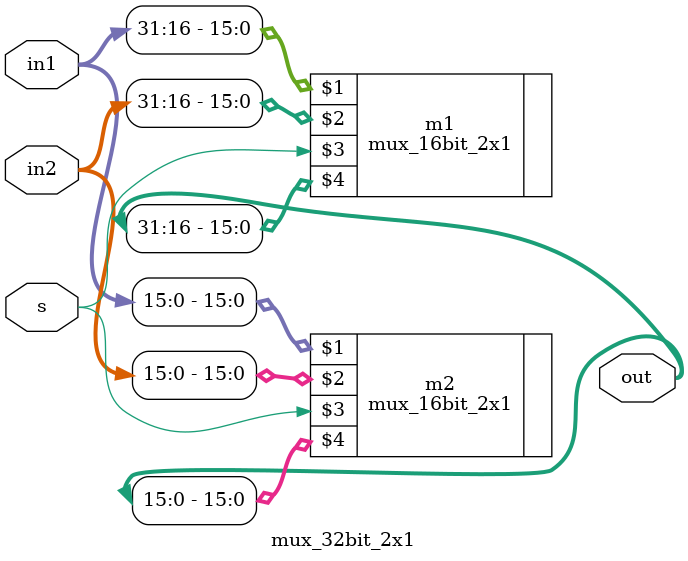
<source format=v>
module mux_32bit_2x1(input [31:0] in1, input [31:0] in2, input s, output [31:0] out);

mux_16bit_2x1 m1(in1[31:16], in2[31:16], s, out[31:16]);
mux_16bit_2x1 m2(in1[15:0], in2[15:0], s, out[15:0]);

endmodule

</source>
